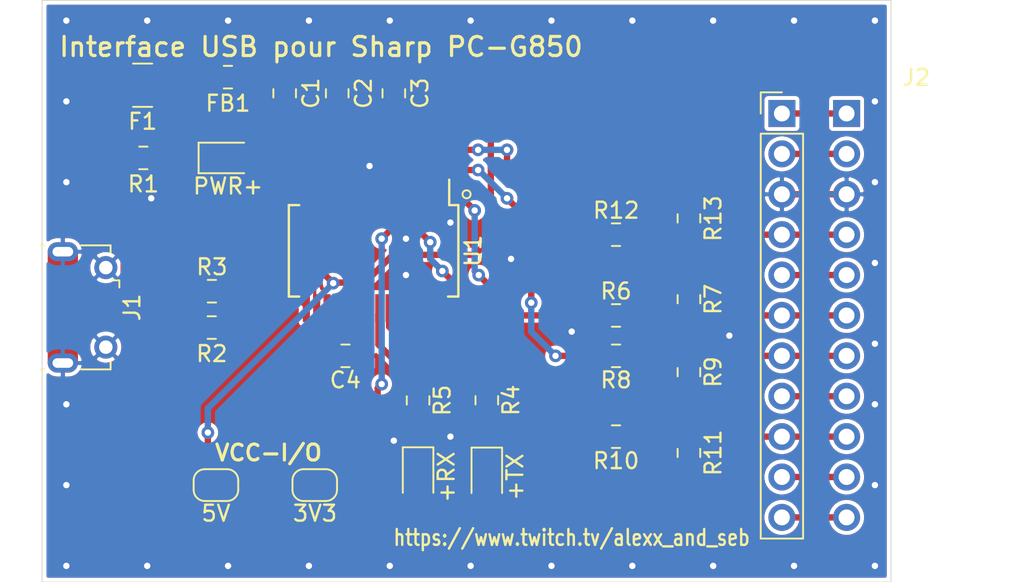
<source format=kicad_pcb>
(kicad_pcb (version 20171130) (host pcbnew "(5.1.6)-1")
  (layers (0 F.Cu signal) (31 B.Cu signal) (34 B.Paste user) (35 F.Paste user) (36 B.SilkS user) (37 F.SilkS user) (38 B.Mask user) (39 F.Mask user) (44 Edge.Cuts user))
  (net 0 "")
  (net 1 GND)
  (net 2 +5V)
  (net 3 +3V3)
  (net 4 "Net-(D1-Pad1)")
  (net 5 VCCIO)
  (net 6 "Net-(D2-Pad1)")
  (net 7 "Net-(D3-Pad1)")
  (net 8 VBUS)
  (net 9 "Net-(F1-Pad1)")
  (net 10 CTSCalc)
  (net 11 TXCalc)
  (net 12 RXCalc)
  (net 13 RTSCalc)
  (net 14 TXLED)
  (net 15 RXLED)
  (net 16 "Net-(R6-Pad2)")
  (net 17 "Net-(R8-Pad2)")
  (net 18 "Net-(R10-Pad2)")
  (net 19 "Net-(R12-Pad2)")
  (net 20 /D+)
  (net 21 /D-)
  (net 22 /USBD+)
  (net 23 /USBD-)
  (net 24 CICalc)
  (net 25 DSRCalc)
  (net 26 CDCalc)
  (net 27 DTRCalc)
  (net 28 VCCCalc)
  (net 29 FG)
  (module hwreverse:PinHeader_1x11_G850 (layer F.Cu) (at 216.662 93.472)
    (fp_text reference J2 (at 4.385 -2.27) (layer F.SilkS))
    (fp_text value Conn_01x11_Male)
    (pad 11 thru_hole oval (at 0 25.4) (size 1.7 1.7) (drill 1) (layers *.Cu *.Mask) (net 24 CICalc))
    (pad 10 thru_hole oval (at 0 22.86) (size 1.7 1.7) (drill 1) (layers *.Cu *.Mask) (net 25 DSRCalc))
    (pad 9 thru_hole oval (at 0 20.32) (size 1.7 1.7) (drill 1) (layers *.Cu *.Mask) (net 10 CTSCalc))
    (pad 8 thru_hole oval (at 0 17.78) (size 1.7 1.7) (drill 1) (layers *.Cu *.Mask) (net 26 CDCalc))
    (pad 7 thru_hole oval (at 0 15.24) (size 1.7 1.7) (drill 1) (layers *.Cu *.Mask) (net 11 TXCalc))
    (pad 6 thru_hole oval (at 0 12.7) (size 1.7 1.7) (drill 1) (layers *.Cu *.Mask) (net 12 RXCalc))
    (pad 5 thru_hole oval (at 0 10.16) (size 1.7 1.7) (drill 1) (layers *.Cu *.Mask) (net 27 DTRCalc))
    (pad 4 thru_hole oval (at 0 7.62) (size 1.7 1.7) (drill 1) (layers *.Cu *.Mask) (net 13 RTSCalc))
    (pad 3 thru_hole oval (at 0 5.08) (size 1.7 1.7) (drill 1) (layers *.Cu *.Mask) (net 1 GND))
    (pad 2 thru_hole oval (at 0 2.54) (size 1.7 1.7) (drill 1) (layers *.Cu *.Mask) (net 28 VCCCalc))
    (pad 1 thru_hole rect (at 0 0) (size 1.7 1.7) (drill 1) (layers *.Cu *.Mask) (net 29 FG))
  )
  (module Package_SO:SSOP-28_5.3x10.2mm_P0.65mm (layer F.Cu) (at 186.944 102.108 270)
    (fp_text reference U1 (at 0 -6.25 90) (layer F.SilkS))
    (fp_text value FT232RL)
    (fp_line (start -2.875 -4.75) (end -4.475 -4.75) (layer F.SilkS) (width 0.15))
    (fp_line (start -2.875 5.325) (end 2.875 5.325) (layer F.SilkS) (width 0.15))
    (fp_line (start -2.875 -5.325) (end 2.875 -5.325) (layer F.SilkS) (width 0.15))
    (fp_line (start -2.875 5.325) (end -2.875 4.675) (layer F.SilkS) (width 0.15))
    (fp_line (start 2.875 5.325) (end 2.875 4.675) (layer F.SilkS) (width 0.15))
    (fp_line (start 2.875 -5.325) (end 2.875 -4.675) (layer F.SilkS) (width 0.15))
    (fp_line (start -2.875 -5.325) (end -2.875 -4.75) (layer F.SilkS) (width 0.15))
    (pad 28 smd rect (at 3.6 -4.225 270) (size 1.75 0.45) (layers F.Cu F.Paste F.Mask))
    (pad 27 smd rect (at 3.6 -3.575 270) (size 1.75 0.45) (layers F.Cu F.Paste F.Mask))
    (pad 26 smd rect (at 3.6 -2.925 270) (size 1.75 0.45) (layers F.Cu F.Paste F.Mask) (net 1 GND))
    (pad 25 smd rect (at 3.6 -2.275 270) (size 1.75 0.45) (layers F.Cu F.Paste F.Mask) (net 1 GND))
    (pad 24 smd rect (at 3.6 -1.625 270) (size 1.75 0.45) (layers F.Cu F.Paste F.Mask))
    (pad 23 smd rect (at 3.6 -0.975 270) (size 1.75 0.45) (layers F.Cu F.Paste F.Mask) (net 14 TXLED))
    (pad 22 smd rect (at 3.6 -0.325 270) (size 1.75 0.45) (layers F.Cu F.Paste F.Mask) (net 15 RXLED))
    (pad 21 smd rect (at 3.6 0.325 270) (size 1.75 0.45) (layers F.Cu F.Paste F.Mask) (net 1 GND))
    (pad 20 smd rect (at 3.6 0.975 270) (size 1.75 0.45) (layers F.Cu F.Paste F.Mask) (net 2 +5V))
    (pad 19 smd rect (at 3.6 1.625 270) (size 1.75 0.45) (layers F.Cu F.Paste F.Mask) (net 2 +5V))
    (pad 18 smd rect (at 3.6 2.275 270) (size 1.75 0.45) (layers F.Cu F.Paste F.Mask) (net 1 GND))
    (pad 17 smd rect (at 3.6 2.925 270) (size 1.75 0.45) (layers F.Cu F.Paste F.Mask) (net 3 +3V3))
    (pad 16 smd rect (at 3.6 3.575 270) (size 1.75 0.45) (layers F.Cu F.Paste F.Mask) (net 23 /USBD-))
    (pad 15 smd rect (at 3.6 4.225 270) (size 1.75 0.45) (layers F.Cu F.Paste F.Mask) (net 22 /USBD+))
    (pad 14 smd rect (at -3.6 4.225 270) (size 1.75 0.45) (layers F.Cu F.Paste F.Mask))
    (pad 13 smd rect (at -3.6 3.575 270) (size 1.75 0.45) (layers F.Cu F.Paste F.Mask))
    (pad 12 smd rect (at -3.6 2.925 270) (size 1.75 0.45) (layers F.Cu F.Paste F.Mask))
    (pad 11 smd rect (at -3.6 2.275 270) (size 1.75 0.45) (layers F.Cu F.Paste F.Mask) (net 19 "Net-(R12-Pad2)"))
    (pad 10 smd rect (at -3.6 1.625 270) (size 1.75 0.45) (layers F.Cu F.Paste F.Mask))
    (pad 9 smd rect (at -3.6 0.975 270) (size 1.75 0.45) (layers F.Cu F.Paste F.Mask))
    (pad 8 smd rect (at -3.6 0.325 270) (size 1.75 0.45) (layers F.Cu F.Paste F.Mask))
    (pad 7 smd rect (at -3.6 -0.325 270) (size 1.75 0.45) (layers F.Cu F.Paste F.Mask) (net 1 GND))
    (pad 6 smd rect (at -3.6 -0.975 270) (size 1.75 0.45) (layers F.Cu F.Paste F.Mask))
    (pad 5 smd rect (at -3.6 -1.625 270) (size 1.75 0.45) (layers F.Cu F.Paste F.Mask) (net 17 "Net-(R8-Pad2)"))
    (pad 4 smd rect (at -3.6 -2.275 270) (size 1.75 0.45) (layers F.Cu F.Paste F.Mask) (net 5 VCCIO))
    (pad 3 smd rect (at -3.6 -2.925 270) (size 1.75 0.45) (layers F.Cu F.Paste F.Mask) (net 18 "Net-(R10-Pad2)"))
    (pad 2 smd rect (at -3.6 -3.575 270) (size 1.75 0.45) (layers F.Cu F.Paste F.Mask))
    (pad 1 smd rect (at -3.6 -4.225 270) (size 1.75 0.45) (layers F.Cu F.Paste F.Mask) (net 16 "Net-(R6-Pad2)"))
  )
  (module Resistor_SMD:R_0805_2012Metric_Pad1.15x1.40mm_HandSolder (layer F.Cu) (at 206.756 100.067 90)
    (fp_text reference R13 (at -0.009 1.524 90) (layer F.SilkS))
    (fp_text value 10K)
    (fp_line (start -0.261252 0.71) (end 0.261252 0.71) (layer F.SilkS) (width 0.12))
    (fp_line (start -0.261252 -0.71) (end 0.261252 -0.71) (layer F.SilkS) (width 0.12))
    (pad 2 smd roundrect (at 1.025 0 90) (size 1.15 1.4) (layers F.Cu F.Paste F.Mask) (roundrect_rratio 0.217391) (net 1 GND))
    (pad 1 smd roundrect (at -1.025 0 90) (size 1.15 1.4) (layers F.Cu F.Paste F.Mask) (roundrect_rratio 0.217391) (net 13 RTSCalc))
  )
  (module Resistor_SMD:R_0805_2012Metric_Pad1.15x1.40mm_HandSolder (layer F.Cu) (at 202.175 101.092 180)
    (fp_text reference R12 (at -0.009 1.524) (layer F.SilkS))
    (fp_text value 100R)
    (fp_line (start -0.261252 0.71) (end 0.261252 0.71) (layer F.SilkS) (width 0.12))
    (fp_line (start -0.261252 -0.71) (end 0.261252 -0.71) (layer F.SilkS) (width 0.12))
    (pad 2 smd roundrect (at 1.025 0 180) (size 1.15 1.4) (layers F.Cu F.Paste F.Mask) (roundrect_rratio 0.217391) (net 19 "Net-(R12-Pad2)"))
    (pad 1 smd roundrect (at -1.025 0 180) (size 1.15 1.4) (layers F.Cu F.Paste F.Mask) (roundrect_rratio 0.217391) (net 13 RTSCalc))
  )
  (module Resistor_SMD:R_0805_2012Metric_Pad1.15x1.40mm_HandSolder (layer F.Cu) (at 206.756 114.817 270)
    (fp_text reference R11 (at -0.009 -1.524 90) (layer F.SilkS))
    (fp_text value 10K)
    (fp_line (start -0.261252 0.71) (end 0.261252 0.71) (layer F.SilkS) (width 0.12))
    (fp_line (start -0.261252 -0.71) (end 0.261252 -0.71) (layer F.SilkS) (width 0.12))
    (pad 2 smd roundrect (at 1.025 0 270) (size 1.15 1.4) (layers F.Cu F.Paste F.Mask) (roundrect_rratio 0.217391) (net 1 GND))
    (pad 1 smd roundrect (at -1.025 0 270) (size 1.15 1.4) (layers F.Cu F.Paste F.Mask) (roundrect_rratio 0.217391) (net 10 CTSCalc))
  )
  (module Resistor_SMD:R_0805_2012Metric_Pad1.15x1.40mm_HandSolder (layer F.Cu) (at 202.175 113.792 180)
    (fp_text reference R10 (at 0 -1.524) (layer F.SilkS))
    (fp_text value 100R)
    (fp_line (start -0.261252 0.71) (end 0.261252 0.71) (layer F.SilkS) (width 0.12))
    (fp_line (start -0.261252 -0.71) (end 0.261252 -0.71) (layer F.SilkS) (width 0.12))
    (pad 2 smd roundrect (at 1.025 0 180) (size 1.15 1.4) (layers F.Cu F.Paste F.Mask) (roundrect_rratio 0.217391) (net 18 "Net-(R10-Pad2)"))
    (pad 1 smd roundrect (at -1.025 0 180) (size 1.15 1.4) (layers F.Cu F.Paste F.Mask) (roundrect_rratio 0.217391) (net 10 CTSCalc))
  )
  (module Resistor_SMD:R_0805_2012Metric_Pad1.15x1.40mm_HandSolder (layer F.Cu) (at 206.756 109.737 270)
    (fp_text reference R9 (at -0.009 -1.524 90) (layer F.SilkS))
    (fp_text value 10K)
    (fp_line (start -0.261252 0.71) (end 0.261252 0.71) (layer F.SilkS) (width 0.12))
    (fp_line (start -0.261252 -0.71) (end 0.261252 -0.71) (layer F.SilkS) (width 0.12))
    (pad 2 smd roundrect (at 1.025 0 270) (size 1.15 1.4) (layers F.Cu F.Paste F.Mask) (roundrect_rratio 0.217391) (net 1 GND))
    (pad 1 smd roundrect (at -1.025 0 270) (size 1.15 1.4) (layers F.Cu F.Paste F.Mask) (roundrect_rratio 0.217391) (net 11 TXCalc))
  )
  (module Resistor_SMD:R_0805_2012Metric_Pad1.15x1.40mm_HandSolder (layer F.Cu) (at 202.175 108.712 180)
    (fp_text reference R8 (at 0 -1.524) (layer F.SilkS))
    (fp_text value 100R)
    (fp_line (start -0.261252 0.71) (end 0.261252 0.71) (layer F.SilkS) (width 0.12))
    (fp_line (start -0.261252 -0.71) (end 0.261252 -0.71) (layer F.SilkS) (width 0.12))
    (pad 2 smd roundrect (at 1.025 0 180) (size 1.15 1.4) (layers F.Cu F.Paste F.Mask) (roundrect_rratio 0.217391) (net 17 "Net-(R8-Pad2)"))
    (pad 1 smd roundrect (at -1.025 0 180) (size 1.15 1.4) (layers F.Cu F.Paste F.Mask) (roundrect_rratio 0.217391) (net 11 TXCalc))
  )
  (module Resistor_SMD:R_0805_2012Metric_Pad1.15x1.40mm_HandSolder (layer F.Cu) (at 206.756 105.147 90)
    (fp_text reference R7 (at -0.009 1.524 90) (layer F.SilkS))
    (fp_text value 10K)
    (fp_line (start -0.261252 0.71) (end 0.261252 0.71) (layer F.SilkS) (width 0.12))
    (fp_line (start -0.261252 -0.71) (end 0.261252 -0.71) (layer F.SilkS) (width 0.12))
    (pad 2 smd roundrect (at 1.025 0 90) (size 1.15 1.4) (layers F.Cu F.Paste F.Mask) (roundrect_rratio 0.217391) (net 1 GND))
    (pad 1 smd roundrect (at -1.025 0 90) (size 1.15 1.4) (layers F.Cu F.Paste F.Mask) (roundrect_rratio 0.217391) (net 12 RXCalc))
  )
  (module Resistor_SMD:R_0805_2012Metric_Pad1.15x1.40mm_HandSolder (layer F.Cu) (at 202.175 106.172 180)
    (fp_text reference R6 (at 0 1.524) (layer F.SilkS))
    (fp_text value 100R)
    (fp_line (start -0.261252 0.71) (end 0.261252 0.71) (layer F.SilkS) (width 0.12))
    (fp_line (start -0.261252 -0.71) (end 0.261252 -0.71) (layer F.SilkS) (width 0.12))
    (pad 2 smd roundrect (at 1.025 0 180) (size 1.15 1.4) (layers F.Cu F.Paste F.Mask) (roundrect_rratio 0.217391) (net 16 "Net-(R6-Pad2)"))
    (pad 1 smd roundrect (at -1.025 0 180) (size 1.15 1.4) (layers F.Cu F.Paste F.Mask) (roundrect_rratio 0.217391) (net 12 RXCalc))
  )
  (module Resistor_SMD:R_0805_2012Metric_Pad1.15x1.40mm_HandSolder (layer F.Cu) (at 189.738 111.515 90)
    (fp_text reference R5 (at 0 1.524 90) (layer F.SilkS))
    (fp_text value 330R)
    (fp_line (start -0.261252 0.71) (end 0.261252 0.71) (layer F.SilkS) (width 0.12))
    (fp_line (start -0.261252 -0.71) (end 0.261252 -0.71) (layer F.SilkS) (width 0.12))
    (pad 2 smd roundrect (at 1.025 0 90) (size 1.15 1.4) (layers F.Cu F.Paste F.Mask) (roundrect_rratio 0.217391) (net 15 RXLED))
    (pad 1 smd roundrect (at -1.025 0 90) (size 1.15 1.4) (layers F.Cu F.Paste F.Mask) (roundrect_rratio 0.217391) (net 7 "Net-(D3-Pad1)"))
  )
  (module Resistor_SMD:R_0805_2012Metric_Pad1.15x1.40mm_HandSolder (layer F.Cu) (at 194.056 111.506 90)
    (fp_text reference R4 (at 0 1.524 90) (layer F.SilkS))
    (fp_text value 330R)
    (fp_line (start -0.261252 0.71) (end 0.261252 0.71) (layer F.SilkS) (width 0.12))
    (fp_line (start -0.261252 -0.71) (end 0.261252 -0.71) (layer F.SilkS) (width 0.12))
    (pad 2 smd roundrect (at 1.025 0 90) (size 1.15 1.4) (layers F.Cu F.Paste F.Mask) (roundrect_rratio 0.217391) (net 14 TXLED))
    (pad 1 smd roundrect (at -1.025 0 90) (size 1.15 1.4) (layers F.Cu F.Paste F.Mask) (roundrect_rratio 0.217391) (net 6 "Net-(D2-Pad1)"))
  )
  (module Resistor_SMD:R_0805_2012Metric_Pad1.15x1.40mm_HandSolder (layer F.Cu) (at 176.784 104.648 180)
    (fp_text reference R3 (at 0 1.524) (layer F.SilkS))
    (fp_text value 15R)
    (fp_line (start -0.261252 0.71) (end 0.261252 0.71) (layer F.SilkS) (width 0.12))
    (fp_line (start -0.261252 -0.71) (end 0.261252 -0.71) (layer F.SilkS) (width 0.12))
    (pad 2 smd roundrect (at 1.025 0 180) (size 1.15 1.4) (layers F.Cu F.Paste F.Mask) (roundrect_rratio 0.217391) (net 21 /D-))
    (pad 1 smd roundrect (at -1.025 0 180) (size 1.15 1.4) (layers F.Cu F.Paste F.Mask) (roundrect_rratio 0.217391) (net 23 /USBD-))
  )
  (module Resistor_SMD:R_0805_2012Metric_Pad1.15x1.40mm_HandSolder (layer F.Cu) (at 176.775 106.934 180)
    (fp_text reference R2 (at 0 -1.65) (layer F.SilkS))
    (fp_text value 15R)
    (fp_line (start -0.261252 0.71) (end 0.261252 0.71) (layer F.SilkS) (width 0.12))
    (fp_line (start -0.261252 -0.71) (end 0.261252 -0.71) (layer F.SilkS) (width 0.12))
    (pad 2 smd roundrect (at 1.025 0 180) (size 1.15 1.4) (layers F.Cu F.Paste F.Mask) (roundrect_rratio 0.217391) (net 20 /D+))
    (pad 1 smd roundrect (at -1.025 0 180) (size 1.15 1.4) (layers F.Cu F.Paste F.Mask) (roundrect_rratio 0.217391) (net 22 /USBD+))
  )
  (module Resistor_SMD:R_0805_2012Metric_Pad1.15x1.40mm_HandSolder (layer F.Cu) (at 172.475 96.266 180)
    (fp_text reference R1 (at 0 -1.65) (layer F.SilkS))
    (fp_text value 330R)
    (fp_line (start -0.261252 0.71) (end 0.261252 0.71) (layer F.SilkS) (width 0.12))
    (fp_line (start -0.261252 -0.71) (end 0.261252 -0.71) (layer F.SilkS) (width 0.12))
    (pad 2 smd roundrect (at 1.025 0 180) (size 1.15 1.4) (layers F.Cu F.Paste F.Mask) (roundrect_rratio 0.217391) (net 1 GND))
    (pad 1 smd roundrect (at -1.025 0 180) (size 1.15 1.4) (layers F.Cu F.Paste F.Mask) (roundrect_rratio 0.217391) (net 4 "Net-(D1-Pad1)"))
  )
  (module Jumper:SolderJumper-2_P1.3mm_Open_RoundedPad1.0x1.5mm (layer F.Cu) (at 177.038 116.84 180)
    (fp_text reference JP2 hide)
    (fp_text value SJ5)
    (fp_line (start -0.7 -1) (end 0.7 -1) (layer F.SilkS) (width 0.12))
    (fp_line (start 1.4 -0.3) (end 1.4 0.3) (layer F.SilkS) (width 0.12))
    (fp_line (start 0.7 1) (end -0.7 1) (layer F.SilkS) (width 0.12))
    (fp_line (start -1.4 0.3) (end -1.4 -0.3) (layer F.SilkS) (width 0.12))
    (fp_arc (start -0.7 -0.3) (end -0.7 -1) (angle -90) (layer F.SilkS) (width 0.12))
    (fp_arc (start -0.7 0.3) (end -1.4 0.3) (angle -90) (layer F.SilkS) (width 0.12))
    (fp_arc (start 0.7 0.3) (end 0.7 1) (angle -90) (layer F.SilkS) (width 0.12))
    (fp_arc (start 0.7 -0.3) (end 1.4 -0.3) (angle -90) (layer F.SilkS) (width 0.12))
    (pad 2 smd custom (at 0.65 0 180) (size 1 0.5) (layers F.Cu F.Mask) (net 2 +5V) (options (clearance outline) (anchor rect)) (primitives (gr_circle (center 0 0.25) (end 0.5 0.25) (width 0)) (gr_circle (center 0 -0.25) (end 0.5 -0.25) (width 0)) (gr_poly (pts (xy 0 -0.75) (xy -0.5 -0.75) (xy -0.5 0.75) (xy 0 0.75)) (width 0))))
    (pad 1 smd custom (at -0.65 0 180) (size 1 0.5) (layers F.Cu F.Mask) (net 5 VCCIO) (options (clearance outline) (anchor rect)) (primitives (gr_circle (center 0 0.25) (end 0.5 0.25) (width 0)) (gr_circle (center 0 -0.25) (end 0.5 -0.25) (width 0)) (gr_poly (pts (xy 0 -0.75) (xy 0.5 -0.75) (xy 0.5 0.75) (xy 0 0.75)) (width 0))))
  )
  (module Jumper:SolderJumper-2_P1.3mm_Open_RoundedPad1.0x1.5mm (layer F.Cu) (at 183.246 116.84 180)
    (fp_text reference JP1 hide)
    (fp_text value SJ33)
    (fp_line (start -0.7 -1) (end 0.7 -1) (layer F.SilkS) (width 0.12))
    (fp_line (start 1.4 -0.3) (end 1.4 0.3) (layer F.SilkS) (width 0.12))
    (fp_line (start 0.7 1) (end -0.7 1) (layer F.SilkS) (width 0.12))
    (fp_line (start -1.4 0.3) (end -1.4 -0.3) (layer F.SilkS) (width 0.12))
    (fp_arc (start -0.7 -0.3) (end -0.7 -1) (angle -90) (layer F.SilkS) (width 0.12))
    (fp_arc (start -0.7 0.3) (end -1.4 0.3) (angle -90) (layer F.SilkS) (width 0.12))
    (fp_arc (start 0.7 0.3) (end 0.7 1) (angle -90) (layer F.SilkS) (width 0.12))
    (fp_arc (start 0.7 -0.3) (end 1.4 -0.3) (angle -90) (layer F.SilkS) (width 0.12))
    (pad 2 smd custom (at 0.65 0 180) (size 1 0.5) (layers F.Cu F.Mask) (net 5 VCCIO) (options (clearance outline) (anchor rect)) (primitives (gr_circle (center 0 0.25) (end 0.5 0.25) (width 0)) (gr_circle (center 0 -0.25) (end 0.5 -0.25) (width 0)) (gr_poly (pts (xy 0 -0.75) (xy -0.5 -0.75) (xy -0.5 0.75) (xy 0 0.75)) (width 0))))
    (pad 1 smd custom (at -0.65 0 180) (size 1 0.5) (layers F.Cu F.Mask) (net 3 +3V3) (options (clearance outline) (anchor rect)) (primitives (gr_circle (center 0 0.25) (end 0.5 0.25) (width 0)) (gr_circle (center 0 -0.25) (end 0.5 -0.25) (width 0)) (gr_poly (pts (xy 0 -0.75) (xy 0.5 -0.75) (xy 0.5 0.75) (xy 0 0.75)) (width 0))))
  )
  (module Connector_PinHeader_2.54mm:PinHeader_1x11_P2.54mm_Vertical (layer F.Cu) (at 212.598 93.472)
    (fp_text reference J3 hide)
    (fp_text value Conn_01x11_Male)
    (fp_line (start -1.33 -1.33) (end 0 -1.33) (layer F.SilkS) (width 0.12))
    (fp_line (start -1.33 0) (end -1.33 -1.33) (layer F.SilkS) (width 0.12))
    (fp_line (start -1.33 1.27) (end 1.33 1.27) (layer F.SilkS) (width 0.12))
    (fp_line (start 1.33 1.27) (end 1.33 26.73) (layer F.SilkS) (width 0.12))
    (fp_line (start -1.33 1.27) (end -1.33 26.73) (layer F.SilkS) (width 0.12))
    (fp_line (start -1.33 26.73) (end 1.33 26.73) (layer F.SilkS) (width 0.12))
    (pad 11 thru_hole oval (at 0 25.4) (size 1.7 1.7) (drill 1) (layers *.Cu *.Mask) (net 24 CICalc))
    (pad 10 thru_hole oval (at 0 22.86) (size 1.7 1.7) (drill 1) (layers *.Cu *.Mask) (net 25 DSRCalc))
    (pad 9 thru_hole oval (at 0 20.32) (size 1.7 1.7) (drill 1) (layers *.Cu *.Mask) (net 10 CTSCalc))
    (pad 8 thru_hole oval (at 0 17.78) (size 1.7 1.7) (drill 1) (layers *.Cu *.Mask) (net 26 CDCalc))
    (pad 7 thru_hole oval (at 0 15.24) (size 1.7 1.7) (drill 1) (layers *.Cu *.Mask) (net 11 TXCalc))
    (pad 6 thru_hole oval (at 0 12.7) (size 1.7 1.7) (drill 1) (layers *.Cu *.Mask) (net 12 RXCalc))
    (pad 5 thru_hole oval (at 0 10.16) (size 1.7 1.7) (drill 1) (layers *.Cu *.Mask) (net 27 DTRCalc))
    (pad 4 thru_hole oval (at 0 7.62) (size 1.7 1.7) (drill 1) (layers *.Cu *.Mask) (net 13 RTSCalc))
    (pad 3 thru_hole oval (at 0 5.08) (size 1.7 1.7) (drill 1) (layers *.Cu *.Mask) (net 1 GND))
    (pad 2 thru_hole oval (at 0 2.54) (size 1.7 1.7) (drill 1) (layers *.Cu *.Mask) (net 28 VCCCalc))
    (pad 1 thru_hole rect (at 0 0) (size 1.7 1.7) (drill 1) (layers *.Cu *.Mask) (net 29 FG))
  )
  (module Connector_USB:USB_Micro-B_Molex-105017-0001 (layer F.Cu) (at 168.656 105.664 270)
    (fp_text reference J1 (at 0 -3.1125 90) (layer F.SilkS))
    (fp_text value USB_B_Micro)
    (fp_line (start -1.7 -2.3125) (end -1.7 -1.8625) (layer F.SilkS) (width 0.12))
    (fp_line (start -1.7 -2.3125) (end -1.25 -2.3125) (layer F.SilkS) (width 0.12))
    (fp_line (start 3.9 -1.7625) (end 3.45 -1.7625) (layer F.SilkS) (width 0.12))
    (fp_line (start 3.9 0.0875) (end 3.9 -1.7625) (layer F.SilkS) (width 0.12))
    (fp_line (start -3.9 2.6375) (end -3.9 2.3875) (layer F.SilkS) (width 0.12))
    (fp_line (start 3.9 2.6375) (end 3.9 2.3875) (layer F.SilkS) (width 0.12))
    (fp_line (start -3.9 0.0875) (end -3.9 -1.7625) (layer F.SilkS) (width 0.12))
    (fp_line (start -3.9 -1.7625) (end -3.45 -1.7625) (layer F.SilkS) (width 0.12))
    (pad 6 smd rect (at -2.9 1.2375 270) (size 1.2 1.9) (layers F.Cu F.Mask) (net 1 GND))
    (pad 6 smd rect (at 2.9 1.2375 270) (size 1.2 1.9) (layers F.Cu F.Mask) (net 1 GND))
    (pad 6 thru_hole oval (at 3.5 1.2375 270) (size 1.2 1.9) (drill oval 0.6 1.3) (layers *.Cu *.Mask) (net 1 GND))
    (pad 6 thru_hole oval (at -3.5 1.2375 90) (size 1.2 1.9) (drill oval 0.6 1.3) (layers *.Cu *.Mask) (net 1 GND))
    (pad 6 smd rect (at -1 1.2375 270) (size 1.5 1.9) (layers F.Cu F.Paste F.Mask) (net 1 GND))
    (pad 6 thru_hole circle (at 2.5 -1.4625 270) (size 1.45 1.45) (drill 0.85) (layers *.Cu *.Mask) (net 1 GND))
    (pad 3 smd rect (at 0 -1.4625 270) (size 0.4 1.35) (layers F.Cu F.Paste F.Mask) (net 20 /D+))
    (pad 4 smd rect (at 0.65 -1.4625 270) (size 0.4 1.35) (layers F.Cu F.Paste F.Mask))
    (pad 5 smd rect (at 1.3 -1.4625 270) (size 0.4 1.35) (layers F.Cu F.Paste F.Mask) (net 1 GND))
    (pad 1 smd rect (at -1.3 -1.4625 270) (size 0.4 1.35) (layers F.Cu F.Paste F.Mask) (net 8 VBUS))
    (pad 2 smd rect (at -0.65 -1.4625 270) (size 0.4 1.35) (layers F.Cu F.Paste F.Mask) (net 21 /D-))
    (pad 6 thru_hole circle (at -2.5 -1.4625 270) (size 1.45 1.45) (drill 0.85) (layers *.Cu *.Mask) (net 1 GND))
    (pad 6 smd rect (at 1 1.2375 270) (size 1.5 1.9) (layers F.Cu F.Paste F.Mask) (net 1 GND))
  )
  (module Inductor_SMD:L_0805_2012Metric_Pad1.15x1.40mm_HandSolder (layer F.Cu) (at 177.791 91.186 180)
    (fp_text reference FB1 (at 0 -1.65) (layer F.SilkS))
    (fp_text value Ferrite_Bead_Small)
    (fp_line (start -0.261252 0.71) (end 0.261252 0.71) (layer F.SilkS) (width 0.12))
    (fp_line (start -0.261252 -0.71) (end 0.261252 -0.71) (layer F.SilkS) (width 0.12))
    (pad 2 smd roundrect (at 1.025 0 180) (size 1.15 1.4) (layers F.Cu F.Paste F.Mask) (roundrect_rratio 0.217391) (net 9 "Net-(F1-Pad1)"))
    (pad 1 smd roundrect (at -1.025 0 180) (size 1.15 1.4) (layers F.Cu F.Paste F.Mask) (roundrect_rratio 0.217391) (net 2 +5V))
  )
  (module Resistor_SMD:R_1210_3225Metric_Pad1.42x2.65mm_HandSolder (layer F.Cu) (at 172.4295 91.694 180)
    (fp_text reference F1 (at 0 -2.28) (layer F.SilkS))
    (fp_text value Polyfuse)
    (fp_line (start -0.602064 1.36) (end 0.602064 1.36) (layer F.SilkS) (width 0.12))
    (fp_line (start -0.602064 -1.36) (end 0.602064 -1.36) (layer F.SilkS) (width 0.12))
    (pad 2 smd roundrect (at 1.4875 0 180) (size 1.425 2.65) (layers F.Cu F.Paste F.Mask) (roundrect_rratio 0.175439) (net 8 VBUS))
    (pad 1 smd roundrect (at -1.4875 0 180) (size 1.425 2.65) (layers F.Cu F.Paste F.Mask) (roundrect_rratio 0.175439) (net 9 "Net-(F1-Pad1)"))
  )
  (module LED_SMD:LED_0805_2012Metric_Pad1.15x1.40mm_HandSolder (layer F.Cu) (at 189.738 116.323 270)
    (fp_text reference D3 hide)
    (fp_text value RXLED)
    (fp_line (start -1.86 0.96) (end 1 0.96) (layer F.SilkS) (width 0.12))
    (fp_line (start -1.86 -0.96) (end -1.86 0.96) (layer F.SilkS) (width 0.12))
    (fp_line (start 1 -0.96) (end -1.86 -0.96) (layer F.SilkS) (width 0.12))
    (pad 2 smd roundrect (at 1.025 0 270) (size 1.15 1.4) (layers F.Cu F.Paste F.Mask) (roundrect_rratio 0.217391) (net 5 VCCIO))
    (pad 1 smd roundrect (at -1.025 0 270) (size 1.15 1.4) (layers F.Cu F.Paste F.Mask) (roundrect_rratio 0.217391) (net 7 "Net-(D3-Pad1)"))
  )
  (module LED_SMD:LED_0805_2012Metric_Pad1.15x1.40mm_HandSolder (layer F.Cu) (at 194.056 116.341 270)
    (fp_text reference D2 hide)
    (fp_text value TXLED)
    (fp_line (start -1.86 0.96) (end 1 0.96) (layer F.SilkS) (width 0.12))
    (fp_line (start -1.86 -0.96) (end -1.86 0.96) (layer F.SilkS) (width 0.12))
    (fp_line (start 1 -0.96) (end -1.86 -0.96) (layer F.SilkS) (width 0.12))
    (pad 2 smd roundrect (at 1.025 0 270) (size 1.15 1.4) (layers F.Cu F.Paste F.Mask) (roundrect_rratio 0.217391) (net 5 VCCIO))
    (pad 1 smd roundrect (at -1.025 0 270) (size 1.15 1.4) (layers F.Cu F.Paste F.Mask) (roundrect_rratio 0.217391) (net 6 "Net-(D2-Pad1)"))
  )
  (module LED_SMD:LED_0805_2012Metric_Pad1.15x1.40mm_HandSolder (layer F.Cu) (at 177.809 96.266)
    (fp_text reference D1 hide)
    (fp_text value PWRLED)
    (fp_line (start -1.86 0.96) (end 1 0.96) (layer F.SilkS) (width 0.12))
    (fp_line (start -1.86 -0.96) (end -1.86 0.96) (layer F.SilkS) (width 0.12))
    (fp_line (start 1 -0.96) (end -1.86 -0.96) (layer F.SilkS) (width 0.12))
    (pad 2 smd roundrect (at 1.025 0) (size 1.15 1.4) (layers F.Cu F.Paste F.Mask) (roundrect_rratio 0.217391) (net 2 +5V))
    (pad 1 smd roundrect (at -1.025 0) (size 1.15 1.4) (layers F.Cu F.Paste F.Mask) (roundrect_rratio 0.217391) (net 4 "Net-(D1-Pad1)"))
  )
  (module Capacitor_SMD:C_0805_2012Metric_Pad1.15x1.40mm_HandSolder (layer F.Cu) (at 185.175 108.712)
    (fp_text reference C4 (at -0.009 1.524) (layer F.SilkS))
    (fp_text value 10nF)
    (fp_line (start -0.261252 0.71) (end 0.261252 0.71) (layer F.SilkS) (width 0.12))
    (fp_line (start -0.261252 -0.71) (end 0.261252 -0.71) (layer F.SilkS) (width 0.12))
    (pad 2 smd roundrect (at 1.025 0) (size 1.15 1.4) (layers F.Cu F.Paste F.Mask) (roundrect_rratio 0.217391) (net 1 GND))
    (pad 1 smd roundrect (at -1.025 0) (size 1.15 1.4) (layers F.Cu F.Paste F.Mask) (roundrect_rratio 0.217391) (net 3 +3V3))
  )
  (module Capacitor_SMD:C_0805_2012Metric_Pad1.15x1.40mm_HandSolder (layer F.Cu) (at 188.214 92.202 270)
    (fp_text reference C3 (at 0 -1.65 90) (layer F.SilkS))
    (fp_text value 10nF)
    (fp_line (start -0.261252 0.71) (end 0.261252 0.71) (layer F.SilkS) (width 0.12))
    (fp_line (start -0.261252 -0.71) (end 0.261252 -0.71) (layer F.SilkS) (width 0.12))
    (pad 2 smd roundrect (at 1.025 0 270) (size 1.15 1.4) (layers F.Cu F.Paste F.Mask) (roundrect_rratio 0.217391) (net 1 GND))
    (pad 1 smd roundrect (at -1.025 0 270) (size 1.15 1.4) (layers F.Cu F.Paste F.Mask) (roundrect_rratio 0.217391) (net 2 +5V))
  )
  (module Capacitor_SMD:C_0805_2012Metric_Pad1.15x1.40mm_HandSolder (layer F.Cu) (at 184.658 92.202 270)
    (fp_text reference C2 (at 0 -1.65 90) (layer F.SilkS))
    (fp_text value 10nF)
    (fp_line (start -0.261252 0.71) (end 0.261252 0.71) (layer F.SilkS) (width 0.12))
    (fp_line (start -0.261252 -0.71) (end 0.261252 -0.71) (layer F.SilkS) (width 0.12))
    (pad 2 smd roundrect (at 1.025 0 270) (size 1.15 1.4) (layers F.Cu F.Paste F.Mask) (roundrect_rratio 0.217391) (net 1 GND))
    (pad 1 smd roundrect (at -1.025 0 270) (size 1.15 1.4) (layers F.Cu F.Paste F.Mask) (roundrect_rratio 0.217391) (net 2 +5V))
  )
  (module Capacitor_SMD:C_0805_2012Metric_Pad1.15x1.40mm_HandSolder (layer F.Cu) (at 181.356 92.202 270)
    (fp_text reference C1 (at 0 -1.65 90) (layer F.SilkS))
    (fp_text value .1uF)
    (fp_line (start -0.261252 0.71) (end 0.261252 0.71) (layer F.SilkS) (width 0.12))
    (fp_line (start -0.261252 -0.71) (end 0.261252 -0.71) (layer F.SilkS) (width 0.12))
    (pad 2 smd roundrect (at 1.025 0 270) (size 1.15 1.4) (layers F.Cu F.Paste F.Mask) (roundrect_rratio 0.217391) (net 1 GND))
    (pad 1 smd roundrect (at -1.025 0 270) (size 1.15 1.4) (layers F.Cu F.Paste F.Mask) (roundrect_rratio 0.217391) (net 2 +5V))
  )
  (gr_text https://www.twitch.tv/alexx_and_seb (at 199.39 120.142) (layer F.SilkS) (effects (font (size 1 0.8))))
  (gr_text "Interface USB pour Sharp PC-G850" (at 183.642 89.281) (layer F.SilkS) (effects (font (size 1.2 1.2) (thickness 0.2))))
  (gr_text 3V3 (at 183.261 118.618) (layer F.SilkS) (effects (font (size 1 1))))
  (gr_text 5V (at 177.038 118.618) (layer F.SilkS) (effects (font (size 1 1))))
  (gr_text VCC-I/O (at 180.34 114.808) (layer F.SilkS) (effects (font (size 1 1) (thickness 0.2))))
  (gr_text +TX (at 195.834 116.332 90) (layer F.SilkS) (effects (font (size 1 1))))
  (gr_text +RX (at 191.516 116.332 90) (layer F.SilkS) (effects (font (size 1 1))))
  (gr_text PWR+ (at 177.8 98.044) (layer F.SilkS) (effects (font (size 1 1))))
  (gr_circle (center 192.786 98.552) (end 193.04 98.552) (layer F.SilkS) (width 0.12))
  (gr_line (start 166.116 122.936) (end 219.456 122.936) (layer Edge.Cuts) (width 0.05))
  (gr_line (start 166.116 86.36) (end 166.116 122.936) (layer Edge.Cuts) (width 0.05))
  (gr_line (start 219.456 86.36) (end 166.116 86.36) (layer Edge.Cuts) (width 0.05))
  (gr_line (start 219.456 122.936) (end 219.456 86.36) (layer Edge.Cuts) (width 0.05))
  (segment (start 212.598 93.472) (end 216.662 93.472) (width 0.4) (layer F.Cu) (net 29))
  (segment (start 212.598 96.012) (end 216.662 96.012) (width 0.4) (layer F.Cu) (net 28))
  (segment (start 212.598 103.632) (end 216.662 103.632) (width 0.4) (layer F.Cu) (net 27))
  (segment (start 212.598 111.252) (end 216.662 111.252) (width 0.4) (layer F.Cu) (net 26))
  (segment (start 212.598 116.332) (end 216.662 116.332) (width 0.4) (layer F.Cu) (net 25))
  (segment (start 212.598 118.872) (end 216.662 118.872) (width 0.4) (layer F.Cu) (net 24))
  (segment (start 186.619 108.293) (end 186.2 108.712) (width 0.4) (layer F.Cu) (net 1))
  (segment (start 186.619 105.708) (end 186.619 108.293) (width 0.4) (layer F.Cu) (net 1))
  (segment (start 212.598 98.552) (end 216.662 98.552) (width 0.4) (layer F.Cu) (net 1))
  (via (at 172.974 98.806) (size 0.8) (drill 0.4) (layers F.Cu B.Cu) (net 1))
  (via (at 188.976 103.632) (size 0.8) (drill 0.4) (layers F.Cu B.Cu) (net 1))
  (via (at 188.976 101.346) (size 0.8) (drill 0.4) (layers F.Cu B.Cu) (net 1))
  (via (at 195.58 102.616) (size 0.8) (drill 0.4) (layers F.Cu B.Cu) (net 1))
  (via (at 199.39 107.188) (size 0.8) (drill 0.4) (layers F.Cu B.Cu) (net 1))
  (via (at 209.296 107.442) (size 0.8) (drill 0.4) (layers F.Cu B.Cu) (net 1))
  (via (at 191.77 113.792) (size 0.8) (drill 0.4) (layers F.Cu B.Cu) (net 1))
  (via (at 188.214 114.046) (size 0.8) (drill 0.4) (layers F.Cu B.Cu) (net 1))
  (via (at 186.69 96.774) (size 0.8) (drill 0.4) (layers F.Cu B.Cu) (net 1))
  (via (at 191.77 100.33) (size 0.8) (drill 0.4) (layers F.Cu B.Cu) (net 1))
  (via (at 167.64 87.63) (size 0.8) (drill 0.4) (layers F.Cu B.Cu) (net 1))
  (via (at 172.72 87.63) (size 0.8) (drill 0.4) (layers F.Cu B.Cu) (net 1))
  (via (at 177.8 87.63) (size 0.8) (drill 0.4) (layers F.Cu B.Cu) (net 1))
  (via (at 182.88 87.63) (size 0.8) (drill 0.4) (layers F.Cu B.Cu) (net 1))
  (via (at 187.96 87.63) (size 0.8) (drill 0.4) (layers F.Cu B.Cu) (net 1))
  (via (at 193.04 87.63) (size 0.8) (drill 0.4) (layers F.Cu B.Cu) (net 1))
  (via (at 198.12 87.63) (size 0.8) (drill 0.4) (layers F.Cu B.Cu) (net 1))
  (via (at 203.2 87.63) (size 0.8) (drill 0.4) (layers F.Cu B.Cu) (net 1))
  (via (at 208.28 87.63) (size 0.8) (drill 0.4) (layers F.Cu B.Cu) (net 1))
  (via (at 213.36 87.63) (size 0.8) (drill 0.4) (layers F.Cu B.Cu) (net 1))
  (via (at 218.44 87.63) (size 0.8) (drill 0.4) (layers F.Cu B.Cu) (net 1))
  (via (at 167.64 121.92) (size 0.8) (drill 0.4) (layers F.Cu B.Cu) (net 1))
  (via (at 172.72 121.92) (size 0.8) (drill 0.4) (layers F.Cu B.Cu) (net 1))
  (via (at 177.8 121.92) (size 0.8) (drill 0.4) (layers F.Cu B.Cu) (net 1))
  (via (at 182.88 121.92) (size 0.8) (drill 0.4) (layers F.Cu B.Cu) (net 1))
  (via (at 187.96 121.92) (size 0.8) (drill 0.4) (layers F.Cu B.Cu) (net 1))
  (via (at 193.04 121.92) (size 0.8) (drill 0.4) (layers F.Cu B.Cu) (net 1))
  (via (at 198.12 121.92) (size 0.8) (drill 0.4) (layers F.Cu B.Cu) (net 1))
  (via (at 203.2 121.92) (size 0.8) (drill 0.4) (layers F.Cu B.Cu) (net 1))
  (via (at 208.28 121.92) (size 0.8) (drill 0.4) (layers F.Cu B.Cu) (net 1))
  (via (at 213.36 121.92) (size 0.8) (drill 0.4) (layers F.Cu B.Cu) (net 1))
  (via (at 218.44 121.92) (size 0.8) (drill 0.4) (layers F.Cu B.Cu) (net 1))
  (via (at 167.64 116.84) (size 0.8) (drill 0.4) (layers F.Cu B.Cu) (net 1))
  (via (at 167.64 111.76) (size 0.8) (drill 0.4) (layers F.Cu B.Cu) (net 1))
  (via (at 167.64 92.71) (size 0.8) (drill 0.4) (layers F.Cu B.Cu) (net 1))
  (via (at 167.64 97.79) (size 0.8) (drill 0.4) (layers F.Cu B.Cu) (net 1))
  (via (at 218.44 92.71) (size 0.8) (drill 0.4) (layers F.Cu B.Cu) (net 1))
  (via (at 218.44 97.79) (size 0.8) (drill 0.4) (layers F.Cu B.Cu) (net 1))
  (via (at 218.44 111.76) (size 0.8) (drill 0.4) (layers F.Cu B.Cu) (net 1))
  (via (at 218.44 116.84) (size 0.8) (drill 0.4) (layers F.Cu B.Cu) (net 1))
  (via (at 218.44 107.95) (size 0.8) (drill 0.4) (layers F.Cu B.Cu) (net 1))
  (via (at 218.44 102.87) (size 0.8) (drill 0.4) (layers F.Cu B.Cu) (net 1))
  (segment (start 181.347 91.186) (end 181.356 91.177) (width 0.4) (layer F.Cu) (net 2))
  (segment (start 178.816 91.186) (end 181.347 91.186) (width 0.4) (layer F.Cu) (net 2))
  (segment (start 181.356 91.177) (end 184.658 91.177) (width 0.4) (layer F.Cu) (net 2))
  (segment (start 184.658 91.177) (end 188.214 91.177) (width 0.4) (layer F.Cu) (net 2))
  (segment (start 185.319 105.708) (end 185.319 105.187998) (width 0.4) (layer F.Cu) (net 2))
  (segment (start 188.144998 102.362) (end 193.294 102.362) (width 0.4) (layer F.Cu) (net 2))
  (segment (start 193.294 102.362) (end 194.31 101.346) (width 0.4) (layer F.Cu) (net 2))
  (segment (start 194.31 101.346) (end 194.31 94.234) (width 0.4) (layer F.Cu) (net 2))
  (segment (start 178.816 96.248) (end 178.834 96.266) (width 0.4) (layer F.Cu) (net 2))
  (segment (start 178.816 91.186) (end 178.816 96.248) (width 0.4) (layer F.Cu) (net 2))
  (via (at 184.404 104.14) (size 0.8) (drill 0.4) (layers F.Cu B.Cu) (net 2))
  (segment (start 186.401499 104.105499) (end 184.438501 104.105499) (width 0.4) (layer F.Cu) (net 2))
  (segment (start 186.401499 104.105499) (end 188.144998 102.362) (width 0.4) (layer F.Cu) (net 2))
  (segment (start 184.438501 104.105499) (end 184.404 104.14) (width 0.4) (layer F.Cu) (net 2))
  (segment (start 185.319 105.187998) (end 186.401499 104.105499) (width 0.4) (layer F.Cu) (net 2))
  (via (at 176.53 113.538) (size 0.8) (drill 0.4) (layers F.Cu B.Cu) (net 2))
  (segment (start 184.404 104.14) (end 176.53 112.014) (width 0.4) (layer B.Cu) (net 2))
  (segment (start 176.53 112.014) (end 176.53 113.538) (width 0.4) (layer B.Cu) (net 2))
  (segment (start 176.53 116.698) (end 176.388 116.84) (width 0.4) (layer F.Cu) (net 2))
  (segment (start 176.53 113.538) (end 176.53 116.698) (width 0.4) (layer F.Cu) (net 2))
  (segment (start 178.834 98.57) (end 178.834 96.266) (width 0.4) (layer F.Cu) (net 2))
  (segment (start 184.404 104.14) (end 178.834 98.57) (width 0.4) (layer F.Cu) (net 2))
  (segment (start 191.253 91.177) (end 194.31 94.234) (width 0.4) (layer F.Cu) (net 2))
  (segment (start 188.214 91.177) (end 191.253 91.177) (width 0.4) (layer F.Cu) (net 2))
  (segment (start 184.019 108.581) (end 184.15 108.712) (width 0.4) (layer F.Cu) (net 3))
  (segment (start 184.019 105.708) (end 184.019 108.581) (width 0.4) (layer F.Cu) (net 3))
  (segment (start 184.15 116.586) (end 183.896 116.84) (width 0.4) (layer F.Cu) (net 3))
  (segment (start 184.15 108.712) (end 184.15 116.586) (width 0.4) (layer F.Cu) (net 3))
  (segment (start 176.784 96.266) (end 173.5 96.266) (width 0.4) (layer F.Cu) (net 4))
  (segment (start 177.688 116.84) (end 182.596 116.84) (width 0.4) (layer F.Cu) (net 5))
  (segment (start 194.038 117.348) (end 194.056 117.366) (width 0.4) (layer F.Cu) (net 5))
  (segment (start 189.738 117.348) (end 194.038 117.348) (width 0.4) (layer F.Cu) (net 5))
  (segment (start 182.596 116.84) (end 182.596 118.08) (width 0.4) (layer F.Cu) (net 5))
  (segment (start 182.596 118.08) (end 182.88 118.364) (width 0.4) (layer F.Cu) (net 5))
  (segment (start 188.722 118.364) (end 189.738 117.348) (width 0.4) (layer F.Cu) (net 5))
  (via (at 187.452 110.49) (size 0.8) (drill 0.4) (layers F.Cu B.Cu) (net 5))
  (segment (start 187.198 110.744) (end 187.452 110.49) (width 0.4) (layer F.Cu) (net 5))
  (segment (start 187.198 118.364) (end 187.198 110.744) (width 0.4) (layer F.Cu) (net 5))
  (segment (start 187.198 118.364) (end 188.722 118.364) (width 0.4) (layer F.Cu) (net 5))
  (segment (start 182.88 118.364) (end 187.198 118.364) (width 0.4) (layer F.Cu) (net 5))
  (via (at 187.452 101.346) (size 0.8) (drill 0.4) (layers F.Cu B.Cu) (net 5))
  (segment (start 187.452 110.49) (end 187.452 101.346) (width 0.4) (layer B.Cu) (net 5))
  (segment (start 187.452 101.346) (end 189.23 99.568) (width 0.4) (layer F.Cu) (net 5))
  (segment (start 189.219 99.557) (end 189.219 98.508) (width 0.4) (layer F.Cu) (net 5))
  (segment (start 189.23 99.568) (end 189.219 99.557) (width 0.4) (layer F.Cu) (net 5))
  (segment (start 194.056 115.316) (end 194.056 112.531) (width 0.4) (layer F.Cu) (net 6))
  (segment (start 189.738 115.298) (end 189.738 112.54) (width 0.4) (layer F.Cu) (net 7))
  (segment (start 170.2295 92.4065) (end 170.942 91.694) (width 0.4) (layer F.Cu) (net 8))
  (segment (start 170.2295 96.739756) (end 170.2295 92.4065) (width 0.4) (layer F.Cu) (net 8))
  (segment (start 171.243501 97.753757) (end 170.2295 96.739756) (width 0.4) (layer F.Cu) (net 8))
  (segment (start 171.243501 104.313999) (end 171.243501 97.753757) (width 0.4) (layer F.Cu) (net 8))
  (segment (start 171.1935 104.364) (end 171.243501 104.313999) (width 0.4) (layer F.Cu) (net 8))
  (segment (start 170.1185 104.364) (end 171.1935 104.364) (width 0.4) (layer F.Cu) (net 8))
  (segment (start 173.917 91.694) (end 174.752 91.694) (width 0.4) (layer F.Cu) (net 9))
  (segment (start 175.26 91.186) (end 176.766 91.186) (width 0.4) (layer F.Cu) (net 9))
  (segment (start 174.752 91.694) (end 175.26 91.186) (width 0.4) (layer F.Cu) (net 9))
  (segment (start 203.2 113.792) (end 206.756 113.792) (width 0.4) (layer F.Cu) (net 10))
  (segment (start 206.756 113.792) (end 212.598 113.792) (width 0.4) (layer F.Cu) (net 10))
  (segment (start 212.598 113.792) (end 216.662 113.792) (width 0.4) (layer F.Cu) (net 10))
  (segment (start 203.2 108.712) (end 206.756 108.712) (width 0.4) (layer F.Cu) (net 11))
  (segment (start 206.756 108.712) (end 212.598 108.712) (width 0.4) (layer F.Cu) (net 11))
  (segment (start 212.598 108.712) (end 216.662 108.712) (width 0.4) (layer F.Cu) (net 11))
  (segment (start 203.2 106.172) (end 206.756 106.172) (width 0.4) (layer F.Cu) (net 12))
  (segment (start 206.756 106.172) (end 212.598 106.172) (width 0.4) (layer F.Cu) (net 12))
  (segment (start 212.598 106.172) (end 216.662 106.172) (width 0.4) (layer F.Cu) (net 12))
  (segment (start 206.756 101.092) (end 212.598 101.092) (width 0.4) (layer F.Cu) (net 13))
  (segment (start 203.2 101.092) (end 206.756 101.092) (width 0.4) (layer F.Cu) (net 13))
  (segment (start 212.598 101.092) (end 216.662 101.092) (width 0.4) (layer F.Cu) (net 13))
  (segment (start 191.521998 110.481) (end 194.056 110.481) (width 0.4) (layer F.Cu) (net 14))
  (segment (start 187.919 106.878002) (end 191.521998 110.481) (width 0.4) (layer F.Cu) (net 14))
  (segment (start 187.919 105.708) (end 187.919 106.878002) (width 0.4) (layer F.Cu) (net 14))
  (segment (start 187.244001 107.996001) (end 189.738 110.49) (width 0.4) (layer F.Cu) (net 15))
  (segment (start 187.244001 106.125999) (end 187.244001 107.996001) (width 0.4) (layer F.Cu) (net 15))
  (segment (start 187.269 106.101) (end 187.244001 106.125999) (width 0.4) (layer F.Cu) (net 15))
  (segment (start 187.269 105.708) (end 187.269 106.101) (width 0.4) (layer F.Cu) (net 15))
  (via (at 193.294 99.568) (size 0.8) (drill 0.4) (layers F.Cu B.Cu) (net 16))
  (segment (start 191.169 98.508) (end 192.234 98.508) (width 0.4) (layer F.Cu) (net 16))
  (segment (start 192.234 98.508) (end 193.294 99.568) (width 0.4) (layer F.Cu) (net 16))
  (via (at 193.548 103.632) (size 0.8) (drill 0.4) (layers F.Cu B.Cu) (net 16))
  (segment (start 193.294 99.568) (end 193.294 103.378) (width 0.4) (layer B.Cu) (net 16))
  (segment (start 193.294 103.378) (end 193.548 103.632) (width 0.4) (layer B.Cu) (net 16))
  (segment (start 193.548 103.632) (end 196.088 106.172) (width 0.4) (layer F.Cu) (net 16))
  (segment (start 196.088 106.172) (end 201.15 106.172) (width 0.4) (layer F.Cu) (net 16))
  (via (at 193.51 97.028) (size 0.8) (drill 0.4) (layers F.Cu B.Cu) (net 17))
  (segment (start 188.774 97.028) (end 193.51 97.028) (width 0.4) (layer F.Cu) (net 17))
  (segment (start 188.569 98.508) (end 188.569 97.233) (width 0.4) (layer F.Cu) (net 17))
  (segment (start 188.569 97.233) (end 188.774 97.028) (width 0.4) (layer F.Cu) (net 17))
  (via (at 195.326 98.806) (size 0.8) (drill 0.4) (layers F.Cu B.Cu) (net 17))
  (segment (start 193.51 97.028) (end 193.548 97.028) (width 0.4) (layer B.Cu) (net 17))
  (segment (start 193.548 97.028) (end 195.326 98.806) (width 0.4) (layer B.Cu) (net 17))
  (via (at 196.85 105.372) (size 0.8) (drill 0.4) (layers F.Cu B.Cu) (net 17))
  (segment (start 195.326 98.806) (end 196.85 100.33) (width 0.4) (layer F.Cu) (net 17))
  (segment (start 196.85 100.33) (end 196.85 105.372) (width 0.4) (layer F.Cu) (net 17))
  (via (at 198.374 108.712) (size 0.8) (drill 0.4) (layers F.Cu B.Cu) (net 17))
  (segment (start 196.85 105.372) (end 196.85 107.188) (width 0.4) (layer B.Cu) (net 17))
  (segment (start 196.85 107.188) (end 198.374 108.712) (width 0.4) (layer B.Cu) (net 17))
  (segment (start 198.374 108.712) (end 201.15 108.712) (width 0.4) (layer F.Cu) (net 17))
  (via (at 190.5 101.562) (size 0.8) (drill 0.4) (layers F.Cu B.Cu) (net 18))
  (segment (start 189.869 98.508) (end 189.869 100.931) (width 0.4) (layer F.Cu) (net 18))
  (segment (start 189.869 100.931) (end 190.5 101.562) (width 0.4) (layer F.Cu) (net 18))
  (via (at 191.262 103.378) (size 0.8) (drill 0.4) (layers F.Cu B.Cu) (net 18))
  (segment (start 190.5 101.562) (end 190.5 102.616) (width 0.4) (layer B.Cu) (net 18))
  (segment (start 190.5 102.616) (end 191.262 103.378) (width 0.4) (layer B.Cu) (net 18))
  (segment (start 191.262 103.378) (end 198.12 110.236) (width 0.4) (layer F.Cu) (net 18))
  (segment (start 198.12 110.236) (end 198.12 112.776) (width 0.4) (layer F.Cu) (net 18))
  (segment (start 199.136 113.792) (end 201.15 113.792) (width 0.4) (layer F.Cu) (net 18))
  (segment (start 198.12 112.776) (end 199.136 113.792) (width 0.4) (layer F.Cu) (net 18))
  (via (at 193.51 95.758) (size 0.8) (drill 0.4) (layers F.Cu B.Cu) (net 19))
  (segment (start 184.669 98.508) (end 184.669 97.233) (width 0.4) (layer F.Cu) (net 19))
  (segment (start 186.144 95.758) (end 193.51 95.758) (width 0.4) (layer F.Cu) (net 19))
  (segment (start 184.669 97.233) (end 186.144 95.758) (width 0.4) (layer F.Cu) (net 19))
  (via (at 195.326 95.758) (size 0.8) (drill 0.4) (layers F.Cu B.Cu) (net 19))
  (segment (start 193.51 95.758) (end 195.326 95.758) (width 0.4) (layer B.Cu) (net 19))
  (segment (start 195.326 95.758) (end 195.326 97.536) (width 0.4) (layer F.Cu) (net 19))
  (segment (start 198.882 101.092) (end 201.15 101.092) (width 0.4) (layer F.Cu) (net 19))
  (segment (start 195.326 97.536) (end 198.882 101.092) (width 0.4) (layer F.Cu) (net 19))
  (segment (start 170.132103 105.664) (end 170.282102 105.813999) (width 0.2) (layer F.Cu) (net 20))
  (segment (start 170.1185 105.664) (end 170.132103 105.664) (width 0.2) (layer F.Cu) (net 20))
  (segment (start 170.282102 105.813999) (end 171.033501 105.813999) (width 0.2) (layer F.Cu) (net 20))
  (segment (start 171.033501 105.813999) (end 171.240002 106.0205) (width 0.2) (layer F.Cu) (net 20))
  (segment (start 174.8365 106.0205) (end 175.75 106.934) (width 0.2) (layer F.Cu) (net 20))
  (segment (start 171.240002 106.0205) (end 174.8365 106.0205) (width 0.2) (layer F.Cu) (net 20))
  (segment (start 170.1185 105.014) (end 170.268499 105.163999) (width 0.2) (layer F.Cu) (net 21))
  (segment (start 174.8365 105.5705) (end 175.759 104.648) (width 0.2) (layer F.Cu) (net 21))
  (segment (start 171.426385 105.5705) (end 174.8365 105.5705) (width 0.2) (layer F.Cu) (net 21))
  (segment (start 171.019884 105.163999) (end 171.426385 105.5705) (width 0.2) (layer F.Cu) (net 21))
  (segment (start 170.268499 105.163999) (end 171.019884 105.163999) (width 0.2) (layer F.Cu) (net 21))
  (segment (start 182.719 105.694397) (end 182.719 105.708) (width 0.2) (layer F.Cu) (net 22))
  (segment (start 179.636 105.098) (end 182.122603 105.098) (width 0.2) (layer F.Cu) (net 22))
  (segment (start 177.8 106.934) (end 179.636 105.098) (width 0.2) (layer F.Cu) (net 22))
  (segment (start 182.122603 105.098) (end 182.719 105.694397) (width 0.2) (layer F.Cu) (net 22))
  (segment (start 183.244001 105.583001) (end 183.369 105.708) (width 0.2) (layer F.Cu) (net 23))
  (segment (start 182.193999 104.592999) (end 182.253999 104.532999) (width 0.2) (layer F.Cu) (net 23))
  (segment (start 183.244001 104.592999) (end 183.244001 105.583001) (width 0.2) (layer F.Cu) (net 23))
  (segment (start 177.809 104.648) (end 182.193999 104.648) (width 0.2) (layer F.Cu) (net 23))
  (segment (start 182.253999 104.532999) (end 183.184001 104.532999) (width 0.2) (layer F.Cu) (net 23))
  (segment (start 182.193999 104.648) (end 182.193999 104.592999) (width 0.2) (layer F.Cu) (net 23))
  (segment (start 183.184001 104.532999) (end 183.244001 104.592999) (width 0.2) (layer F.Cu) (net 23))
  (zone (net 1) (net_name GND) (layer F.Cu) (connect_pads (clearance 0.25)) (min_thickness 0.2) (fill yes (arc_segments 32) (thermal_gap 0.25) (thermal_bridge_width 0.25))
    (polygon (pts (xy 219.456 122.936) (xy 166.116 122.936) (xy 166.116 86.36) (xy 219.456 86.36)))
  )
  (zone (net 1) (net_name GND) (layer B.Cu) (connect_pads (clearance 0.25)) (min_thickness 0.2) (fill yes (arc_segments 32) (thermal_gap 0.25) (thermal_bridge_width 0.25))
    (polygon (pts (xy 219.456 122.936) (xy 166.116 122.936) (xy 166.116 86.36) (xy 219.456 86.36)))
  )
)
</source>
